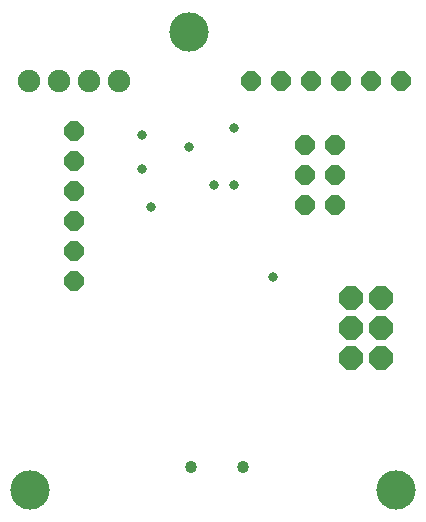
<source format=gbs>
G75*
%MOIN*%
%OFA0B0*%
%FSLAX25Y25*%
%IPPOS*%
%LPD*%
%AMOC8*
5,1,8,0,0,1.08239X$1,22.5*
%
%ADD10C,0.13098*%
%ADD11C,0.04043*%
%ADD12OC8,0.06500*%
%ADD13C,0.07500*%
%ADD14OC8,0.07900*%
%ADD15C,0.03200*%
D10*
X0013611Y0017030D03*
X0135658Y0017030D03*
X0066761Y0169589D03*
D11*
X0067430Y0024628D03*
X0084753Y0024628D03*
D12*
X0028375Y0086518D03*
X0028375Y0096518D03*
X0028375Y0106518D03*
X0028375Y0116518D03*
X0028375Y0126518D03*
X0028375Y0136518D03*
X0087312Y0153290D03*
X0097312Y0153290D03*
X0107312Y0153290D03*
X0117312Y0153290D03*
X0127312Y0153290D03*
X0137312Y0153290D03*
X0115265Y0132030D03*
X0115265Y0122030D03*
X0115265Y0112030D03*
X0105265Y0112030D03*
X0105265Y0122030D03*
X0105265Y0132030D03*
D13*
X0043375Y0153290D03*
X0033375Y0153290D03*
X0023375Y0153290D03*
X0013375Y0153290D03*
D14*
X0120816Y0081164D03*
X0120816Y0071164D03*
X0120816Y0061164D03*
X0130816Y0061164D03*
X0130816Y0071164D03*
X0130816Y0081164D03*
D15*
X0094800Y0088019D03*
X0081600Y0118619D03*
X0075000Y0118619D03*
X0066600Y0131219D03*
X0051000Y0135419D03*
X0051000Y0124019D03*
X0054000Y0111419D03*
X0081600Y0137819D03*
M02*

</source>
